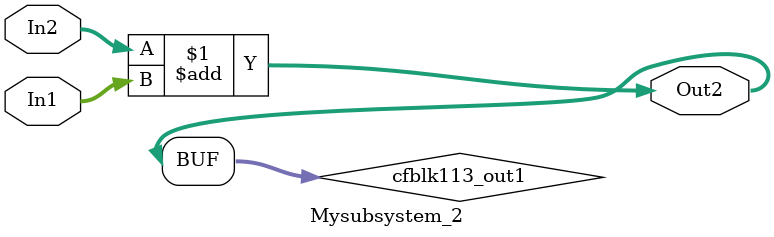
<source format=v>



`timescale 1 ns / 1 ns

module Mysubsystem_2
          (In1,
           In2,
           Out2);


  input   [7:0] In1;  // uint8
  input   [7:0] In2;  // uint8
  output  [7:0] Out2;  // uint8


  wire [7:0] cfblk113_out1;  // uint8


  assign cfblk113_out1 = In2 + In1;



  assign Out2 = cfblk113_out1;

endmodule  // Mysubsystem_2


</source>
